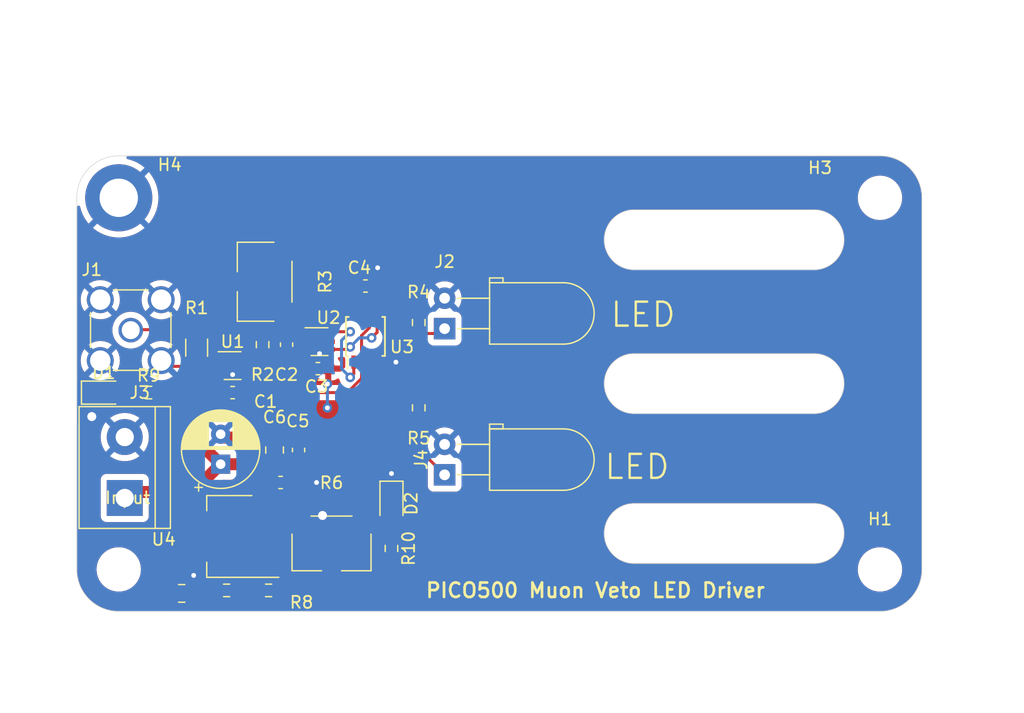
<source format=kicad_pcb>
(kicad_pcb (version 20221018) (generator pcbnew)
  (layers (0 "F.Cu" signal) (31 "B.Cu" signal) (34 "B.Paste" user) (35 "F.Paste" user) (36 "B.SilkS" user "B.Silkscreen") (37 "F.SilkS" user "F.Silkscreen") (38 "B.Mask" user) (39 "F.Mask" user) (44 "Edge.Cuts" user))
  (net 0 "")
  (net 1 "Net-(R4-Pad1)")
  (net 2 "GND")
  (net 3 "Net-(C2-Pad2)")
  (net 4 "VCC")
  (net 5 "Net-(J1-In)")
  (net 6 "Net-(J2-Pin_1)")
  (net 7 "Net-(R2-Pad2)")
  (net 8 "Vin_1")
  (net 9 "Vin_2")
  (net 10 "Net-(J4-Pin_1)")
  (net 11 "Net-(U2-Pad6)")
  (net 12 "Net-(R5-Pad1)")
  (net 14 "Net-(U2-Pad4)")
  (net 15 "+12V")
  (net 16 "Net-(U4-ADJ)")
  (net 17 "Net-(D1-A)")
  (net 18 "Net-(D2-A)")
  (net 19 "Net-(R6-Pad1)")
  (footprint "TerminalBlock:TerminalBlock_bornier-2_P5.08mm" (layer "F.Cu") (at 112 104.04 90)
    (fp_text reference "J3" (at 8.79 1.25 180) (layer "F.SilkS"))
    (fp_text value "Screw_Terminal_01x02")
    (pad "1" thru_hole rect (at 0 0 90) (size 3 3) (drill 1.52) (layers "*.Cu" "*.Mask") (net 15 "+12V"))
    (pad "2" thru_hole circle (at 5.08 0 90) (size 3 3) (drill 1.52) (layers "*.Cu" "*.Mask") (net 2 "GND"))
  )
  (footprint "Connector_Coaxial:SMA_Amphenol_901-144_Vertical" (layer "F.Cu") (at 112.5 90.04 90)
    (fp_text reference "J1" (at 5.04 -3.25 180) (layer "F.SilkS"))
    (fp_text value "Conn_Coaxial")
    (pad "1" thru_hole circle (at 0 0 90) (size 2.05 2.05) (drill 1.5) (layers "*.Cu" "*.Mask") (net 5 "Net-(J1-In)"))
    (pad "2" thru_hole circle (at -2.54 -2.54 90) (size 2.25 2.25) (drill 1.7) (layers "*.Cu" "*.Mask") (net 2 "GND"))
    (pad "2" thru_hole circle (at -2.54 2.54 90) (size 2.25 2.25) (drill 1.7) (layers "*.Cu" "*.Mask") (net 2 "GND"))
    (pad "2" thru_hole circle (at 2.54 -2.54 90) (size 2.25 2.25) (drill 1.7) (layers "*.Cu" "*.Mask") (net 2 "GND"))
    (pad "2" thru_hole circle (at 2.54 2.54 90) (size 2.25 2.25) (drill 1.7) (layers "*.Cu" "*.Mask") (net 2 "GND"))
  )
  (footprint "Capacitor_SMD:C_0603_1608Metric_Pad1.08x0.95mm_HandSolder" (layer "F.Cu") (at 125.5 91.25 90)
    (fp_text reference "C2" (at -2.5 0 180) (layer "F.SilkS"))
    (fp_text value "8pF")
    (pad "1" smd roundrect (at -0.8625 0 90) (size 1.075 0.95) (layers "F.Cu" "F.Paste" "F.Mask") (net 2 "GND"))
    (pad "2" smd roundrect (at 0.8625 0 90) (size 1.075 0.95) (layers "F.Cu" "F.Paste" "F.Mask") (net 3 "Net-(C2-Pad2)"))
  )
  (footprint "Capacitor_SMD:C_0603_1608Metric_Pad1.08x0.95mm_HandSolder" (layer "F.Cu") (at 128.1125 93.25 180)
    (fp_text reference "C3" (at 0.1125 -1.5) (layer "F.SilkS"))
    (fp_text value "100nF")
    (pad "1" smd roundrect (at -0.8625 0 180) (size 1.075 0.95) (layers "F.Cu" "F.Paste" "F.Mask") (net 4 "VCC"))
    (pad "2" smd roundrect (at 0.8625 0 180) (size 1.075 0.95) (layers "F.Cu" "F.Paste" "F.Mask") (net 2 "GND"))
  )
  (footprint "Capacitor_SMD:C_0603_1608Metric_Pad1.08x0.95mm_HandSolder" (layer "F.Cu") (at 126.5 100.04 90)
    (fp_text reference "C5" (at 2.413 -0.0635) (layer "F.SilkS"))
    (fp_text value "100nF")
    (pad "1" smd roundrect (at -0.8625 0 90) (size 1.075 0.95) (layers "F.Cu" "F.Paste" "F.Mask") (net 15 "+12V"))
    (pad "2" smd roundrect (at 0.8625 0 90) (size 1.075 0.95) (layers "F.Cu" "F.Paste" "F.Mask") (net 2 "GND"))
  )
  (footprint "Capacitor_SMD:C_0603_1608Metric_Pad1.08x0.95mm_HandSolder" (layer "F.Cu") (at 132.08 86.36)
    (fp_text reference "C4" (at -0.508 -1.524) (layer "F.SilkS"))
    (fp_text value "100nF")
    (pad "1" smd roundrect (at -0.8625 0) (size 1.075 0.95) (layers "F.Cu" "F.Paste" "F.Mask") (net 4 "VCC"))
    (pad "2" smd roundrect (at 0.8625 0) (size 1.075 0.95) (layers "F.Cu" "F.Paste" "F.Mask") (net 2 "GND"))
  )
  (footprint "Capacitor_SMD:C_1206_3216Metric_Pad1.33x1.80mm_HandSolder" (layer "F.Cu") (at 118 91.5 -90)
    (fp_text reference "R1" (at -3.3125 0 -180) (layer "F.SilkS"))
    (fp_text value "50")
    (pad "1" smd roundrect (at -1.5625 0 270) (size 1.325 1.8) (layers "F.Cu" "F.Paste" "F.Mask") (roundrect_rratio 0.1886792453) (net 5 "Net-(J1-In)"))
    (pad "2" smd roundrect (at 1.5625 0 270) (size 1.325 1.8) (layers "F.Cu" "F.Paste" "F.Mask") (roundrect_rratio 0.1886792453) (net 2 "GND"))
  )
  (footprint "Package_TO_SOT_SMD:SOT-363_SC-70-6" (layer "F.Cu") (at 128.25 91)
    (fp_text reference "U2" (at 0.75 -2) (layer "F.SilkS"))
    (fp_text value "SN74LVC2G04MDCKREP")
    (pad "1" smd rect (at -0.95 -0.65) (size 0.65 0.4) (layers "F.Cu" "F.Paste" "F.Mask") (net 3 "Net-(C2-Pad2)"))
    (pad "2" smd rect (at -0.95 0) (size 0.65 0.4) (layers "F.Cu" "F.Paste" "F.Mask") (net 2 "GND"))
    (pad "3" smd rect (at -0.95 0.65) (size 0.65 0.4) (layers "F.Cu" "F.Paste" "F.Mask"))
    (pad "4" smd rect (at 0.95 0.65) (size 0.65 0.4) (layers "F.Cu" "F.Paste" "F.Mask") (net 14 "Net-(U2-Pad4)"))
    (pad "5" smd rect (at 0.95 0) (size 0.65 0.4) (layers "F.Cu" "F.Paste" "F.Mask") (net 4 "VCC"))
    (pad "6" smd rect (at 0.95 -0.65) (size 0.65 0.4) (layers "F.Cu" "F.Paste" "F.Mask") (net 11 "Net-(U2-Pad6)"))
  )
  (footprint "Package_SO:TSSOP-8_3x3mm_P0.65mm" (layer "F.Cu") (at 132.08 90.56 90)
    (fp_text reference "U3" (at -0.88 3.048 180) (layer "F.SilkS"))
    (fp_text value "74LVC2G08DP-Q100H")
    (pad "1" smd rect (at -2.15 -0.975 90) (size 1.1 0.4) (layers "F.Cu" "F.Paste" "F.Mask") (net 11 "Net-(U2-Pad6)"))
    (pad "2" smd rect (at -2.15 -0.325 90) (size 1.1 0.4) (layers "F.Cu" "F.Paste" "F.Mask") (net 9 "Vin_2"))
    (pad "3" smd rect (at -2.15 0.325 90) (size 1.1 0.4) (layers "F.Cu" "F.Paste" "F.Mask") (net 12 "Net-(R5-Pad1)"))
    (pad "4" smd rect (at -2.15 0.975 90) (size 1.1 0.4) (layers "F.Cu" "F.Paste" "F.Mask") (net 2 "GND"))
    (pad "5" smd rect (at 2.15 0.975 90) (size 1.1 0.4) (layers "F.Cu" "F.Paste" "F.Mask") (net 14 "Net-(U2-Pad4)"))
    (pad "6" smd rect (at 2.15 0.325 90) (size 1.1 0.4) (layers "F.Cu" "F.Paste" "F.Mask") (net 9 "Vin_2"))
    (pad "7" smd rect (at 2.15 -0.325 90) (size 1.1 0.4) (layers "F.Cu" "F.Paste" "F.Mask") (net 1 "Net-(R4-Pad1)"))
    (pad "8" smd rect (at 2.15 -0.975 90) (size 1.1 0.4) (layers "F.Cu" "F.Paste" "F.Mask") (net 4 "VCC"))
  )
  (footprint "MountingHole:MountingHole_3.2mm_M3" (layer "F.Cu") (at 111.5 110)
    (fp_text reference "H2" hide)
    (fp_text value "MountingHole")
    (pad "" np_thru_hole circle (at 0 0) (size 3.2 3.2) (drill 3.2) (layers "*.Cu" "*.Mask"))
  )
  (footprint "MountingHole:MountingHole_3.2mm_M3" (layer "F.Cu") (at 175 79)
    (fp_text reference "H3" (at -5 -2.5) (layer "F.SilkS"))
    (fp_text value "MountingHole")
    (pad "" np_thru_hole circle (at 0 0) (size 3.2 3.2) (drill 3.2) (layers "*.Cu" "*.Mask"))
  )
  (footprint "MountingHole:MountingHole_3.2mm_M3_DIN965_Pad" (layer "F.Cu") (at 111.5 79)
    (fp_text reference "H4" (at 4.25 -2.75) (layer "F.SilkS"))
    (fp_text value "MountingHole_Pad")
    (pad "1" thru_hole circle (at 0 0) (size 5.6 5.6) (drill 3.2) (layers "*.Cu" "*.Mask") (net 2 "GND"))
  )
  (footprint "Potentiometer_SMD:Potentiometer_Bourns_3269W_Vertical" (layer "F.Cu") (at 123.665 86 -90)
    (fp_text reference "R3" (at 0 -5.06 90) (layer "F.SilkS"))
    (fp_text value "3269W-1-103")
    (pad "1" smd rect (at 2.54 -2.415 270) (size 1.19 2.79) (layers "F.Cu" "F.Paste" "F.Mask") (net 3 "Net-(C2-Pad2)"))
    (pad "2" smd rect (at 0 2.415 270) (size 1.19 2.79) (layers "F.Cu" "F.Paste" "F.Mask") (net 7 "Net-(R2-Pad2)"))
    (pad "3" smd rect (at -2.54 -2.415 270) (size 1.19 2.79) (layers "F.Cu" "F.Paste" "F.Mask") (net 7 "Net-(R2-Pad2)"))
  )
  (footprint "Capacitor_SMD:C_0603_1608Metric_Pad1.08x0.95mm_HandSolder" (layer "F.Cu") (at 121 95.25)
    (fp_text reference "C1" (at 2.75 0.75) (layer "F.SilkS"))
    (fp_text value "100nF")
    (pad "1" smd roundrect (at -0.8625 0) (size 1.075 0.95) (layers "F.Cu" "F.Paste" "F.Mask") (net 4 "VCC"))
    (pad "2" smd roundrect (at 0.8625 0) (size 1.075 0.95) (layers "F.Cu" "F.Paste" "F.Mask") (net 2 "GND"))
  )
  (footprint "Capacitor_THT:CP_Radial_D6.3mm_P2.50mm" (layer "F.Cu") (at 120 101.22238 90)
    (fp_text reference "C7" hide)
    (fp_text value "10u")
    (pad "1" thru_hole rect (at 0 0 90) (size 1.6 1.6) (drill 0.8) (layers "*.Cu" "*.Mask") (net 15 "+12V"))
    (pad "2" thru_hole circle (at 2.5 0 90) (size 1.6 1.6) (drill 0.8) (layers "*.Cu" "*.Mask") (net 2 "GND"))
  )
  (footprint "LED_THT:LED_D5.0mm_Horizontal_O3.81mm_Z9.0mm" (layer "F.Cu") (at 138.684 102.108 90)
    (fp_text reference "J4" (at 1.27 -1.96 90) (layer "F.SilkS"))
    (fp_text value "Conn_01x02_Socket")
    (pad "1" thru_hole rect (at 0 0 90) (size 1.8 1.8) (drill 0.9) (layers "*.Cu" "*.Mask") (net 10 "Net-(J4-Pin_1)"))
    (pad "2" thru_hole circle (at 2.54 0 90) (size 1.8 1.8) (drill 0.9) (layers "*.Cu" "*.Mask") (net 2 "GND"))
  )
  (footprint "Capacitor_SMD:C_0603_1608Metric_Pad1.08x0.95mm_HandSolder" (layer "F.Cu") (at 125 102.75 180)
    (fp_text reference "C8" hide)
    (fp_text value "100nF")
    (pad "1" smd roundrect (at -0.8625 0 180) (size 1.075 0.95) (layers "F.Cu" "F.Paste" "F.Mask") (net 2 "GND"))
    (pad "2" smd roundrect (at 0.8625 0 180) (size 1.075 0.95) (layers "F.Cu" "F.Paste" "F.Mask") (net 15 "+12V"))
  )
  (footprint "Package_TO_SOT_SMD:SOT-363_SC-70-6" (layer "F.Cu") (at 121 93)
    (fp_text reference "U1" (at 0 -2) (layer "F.SilkS"))
    (fp_text value "SN74LVC2G04MDCKREP")
    (pad "1" smd rect (at -0.95 -0.65) (size 0.65 0.4) (layers "F.Cu" "F.Paste" "F.Mask") (net 5 "Net-(J1-In)"))
    (pad "2" smd rect (at -0.95 0) (size 0.65 0.4) (layers "F.Cu" "F.Paste" "F.Mask") (net 2 "GND"))
    (pad "3" smd rect (at -0.95 0.65) (size 0.65 0.4) (layers "F.Cu" "F.Paste" "F.Mask") (net 5 "Net-(J1-In)"))
    (pad "4" smd rect (at 0.95 0.65) (size 0.65 0.4) (layers "F.Cu" "F.Paste" "F.Mask") (net 9 "Vin_2"))
    (pad "5" smd rect (at 0.95 0) (size 0.65 0.4) (layers "F.Cu" "F.Paste" "F.Mask") (net 4 "VCC"))
    (pad "6" smd rect (at 0.95 -0.65) (size 0.65 0.4) (layers "F.Cu" "F.Paste" "F.Mask") (net 8 "Vin_1"))
  )
  (footprint "LED_SMD:LED_0805_2012Metric_Pad1.15x1.40mm_HandSolder" (layer "F.Cu") (at 110.25 95.25)
    (fp_text reference "D1" (at 0 -1.65) (layer "F.SilkS"))
    (fp_text value "Green")
    (pad "1" smd roundrect (at -1.025 0) (size 1.15 1.4) (layers "F.Cu" "F.Paste" "F.Mask") (roundrect_rratio 0.2173913043) (net 2 "GND"))
    (pad "2" smd roundrect (at 1.025 0) (size 1.15 1.4) (layers "F.Cu" "F.Paste" "F.Mask") (roundrect_rratio 0.2173913043) (net 17 "Net-(D1-A)"))
  )
  (footprint "Resistor_SMD:R_0603_1608Metric_Pad0.98x0.95mm_HandSolder" (layer "F.Cu") (at 136.525 96.52 -90)
    (fp_text reference "R5" (at 2.54 0 -180) (layer "F.SilkS"))
    (fp_text value "50")
    (pad "1" smd roundrect (at -0.9125 0 270) (size 0.975 0.95) (layers "F.Cu" "F.Paste" "F.Mask") (net 12 "Net-(R5-Pad1)"))
    (pad "2" smd roundrect (at 0.9125 0 270) (size 0.975 0.95) (layers "F.Cu" "F.Paste" "F.Mask") (net 10 "Net-(J4-Pin_1)"))
  )
  (footprint "Resistor_SMD:R_0603_1608Metric_Pad0.98x0.95mm_HandSolder" (layer "F.Cu") (at 124 111.75 180)
    (fp_text reference "R8" (at -2.75 -1) (layer "F.SilkS"))
    (fp_text value "20")
    (pad "1" smd roundrect (at -0.9125 0 180) (size 0.975 0.95) (layers "F.Cu" "F.Paste" "F.Mask") (net 19 "Net-(R6-Pad1)"))
    (pad "2" smd roundrect (at 0.9125 0 180) (size 0.975 0.95) (layers "F.Cu" "F.Paste" "F.Mask") (net 16 "Net-(U4-ADJ)"))
  )
  (footprint "Capacitor_SMD:C_0805_2012Metric_Pad1.18x1.45mm_HandSolder" (layer "F.Cu") (at 124.5 100.04 90)
    (fp_text reference "C6" (at 2.75 0 180) (layer "F.SilkS"))
    (fp_text value "10uF")
    (pad "1" smd roundrect (at -1.0375 0 90) (size 1.175 1.45) (layers "F.Cu" "F.Paste" "F.Mask") (roundrect_rratio 0.2127659574) (net 15 "+12V"))
    (pad "2" smd roundrect (at 1.0375 0 90) (size 1.175 1.45) (layers "F.Cu" "F.Paste" "F.Mask") (roundrect_rratio 0.2127659574) (net 2 "GND"))
  )
  (footprint "Resistor_SMD:R_0603_1608Metric_Pad0.98x0.95mm_HandSolder" (layer "F.Cu") (at 114 95.25)
    (fp_text reference "R9" (at 0 -1.43) (layer "F.SilkS"))
    (fp_text value "1k")
    (pad "1" smd roundrect (at -0.9125 0) (size 0.975 0.95) (layers "F.Cu" "F.Paste" "F.Mask") (net 17 "Net-(D1-A)"))
    (pad "2" smd roundrect (at 0.9125 0) (size 0.975 0.95) (layers "F.Cu" "F.Paste" "F.Mask") (net 15 "+12V"))
  )
  (footprint "Resistor_SMD:R_0603_1608Metric_Pad0.98x0.95mm_HandSolder" (layer "F.Cu") (at 134.25 108.25 -90)
    (fp_text reference "R10" (at 0 -1.43 90) (layer "F.SilkS"))
    (fp_text value "1k")
    (pad "1" smd roundrect (at -0.9125 0 270) (size 0.975 0.95) (layers "F.Cu" "F.Paste" "F.Mask") (net 18 "Net-(D2-A)"))
    (pad "2" smd roundrect (at 0.9125 0 270) (size 0.975 0.95) (layers "F.Cu" "F.Paste" "F.Mask") (net 4 "VCC"))
  )
  (footprint "Capacitor_SMD:C_0805_2012Metric_Pad1.18x1.45mm_HandSolder" (layer "F.Cu") (at 116.75 112 180)
    (fp_text reference "C12" hide)
    (fp_text value "10uF")
    (pad "1" smd roundrect (at -1.0375 0 180) (size 1.175 1.45) (layers "F.Cu" "F.Paste" "F.Mask") (roundrect_rratio 0.2127659574) (net 2 "GND"))
    (pad "2" smd roundrect (at 1.0375 0 180) (size 1.175 1.45) (layers "F.Cu" "F.Paste" "F.Mask") (roundrect_rratio 0.2127659574) (net 4 "VCC"))
  )
  (footprint "LED_SMD:LED_0805_2012Metric_Pad1.15x1.40mm_HandSolder" (layer "F.Cu") (at 134.25 104.5 -90)
    (fp_text reference "D2" (at 0 -1.65 90) (layer "F.SilkS"))
    (fp_text value "Red")
    (pad "1" smd roundrect (at -1.025 0 270) (size 1.15 1.4) (layers "F.Cu" "F.Paste" "F.Mask") (roundrect_rratio 0.2173913043) (net 2 "GND"))
    (pad "2" smd roundrect (at 1.025 0 270) (size 1.15 1.4) (layers "F.Cu" "F.Paste" "F.Mask") (roundrect_rratio 0.2173913043) (net 18 "Net-(D2-A)"))
  )
  (footprint "LED_THT:LED_D5.0mm_Horizontal_O3.81mm_Z9.0mm" (layer "F.Cu") (at 138.684 89.916 90)
    (fp_text reference "J2" (at 5.588 0 180) (layer "F.SilkS"))
    (fp_text value "Conn_01x02_Socket")
    (pad "1" thru_hole rect (at 0 0 90) (size 1.8 1.8) (drill 0.9) (layers "*.Cu" "*.Mask") (net 6 "Net-(J2-Pin_1)"))
    (pad "2" thru_hole circle (at 2.54 0 90) (size 1.8 1.8) (drill 0.9) (layers "*.Cu" "*.Mask") (net 2 "GND"))
  )
  (footprint "Resistor_SMD:R_0603_1608Metric_Pad0.98x0.95mm_HandSolder" (layer "F.Cu") (at 136.525 89.408 -90)
    (fp_text reference "R4" (at -2.54 0) (layer "F.SilkS"))
    (fp_text value "50")
    (pad "1" smd roundrect (at -0.9125 0 270) (size 0.975 0.95) (layers "F.Cu" "F.Paste" "F.Mask") (net 1 "Net-(R4-Pad1)"))
    (pad "2" smd roundrect (at 0.9125 0 270) (size 0.975 0.95) (layers "F.Cu" "F.Paste" "F.Mask") (net 6 "Net-(J2-Pin_1)"))
  )
  (footprint "Potentiometer_SMD:Potentiometer_Bourns_3269W_Vertical" (layer "F.Cu") (at 129.25 107.835)
    (fp_text reference "R6" (at 0 -5.06) (layer "F.SilkS"))
    (fp_text value "3269W-1-102")
    (pad "1" smd rect (at 2.54 -2.415) (size 1.19 2.79) (layers "F.Cu" "F.Paste" "F.Mask") (net 19 "Net-(R6-Pad1)"))
    (pad "2" smd rect (at 0 2.415) (size 1.19 2.79) (layers "F.Cu" "F.Paste" "F.Mask") (net 19 "Net-(R6-Pad1)"))
    (pad "3" smd rect (at -2.54 -2.415) (size 1.19 2.79) (layers "F.Cu" "F.Paste" "F.Mask") (net 2 "GND"))
  )
  (footprint "Package_TO_SOT_SMD:SOT-223-3_TabPin2" (layer "F.Cu") (at 120.75 107.25 180)
    (fp_text reference "U4" (at 5.5 -0.25) (layer "F.SilkS"))
    (fp_text value "LM317_SOT-223")
    (pad "1" smd rect (at -3.15 -2.3 180) (size 2 1.5) (layers "F.Cu" "F.Paste" "F.Mask") (net 16 "Net-(U4-ADJ)"))
    (pad "2" smd rect (at -3.15 0 180) (size 2 1.5) (layers "F.Cu" "F.Paste" "F.Mask") (net 4 "VCC"))
    (pad "2" smd rect (at 3.15 0 180) (size 2 3.8) (layers "F.Cu" "F.Paste" "F.Mask") (net 4 "VCC"))
    (pad "3" smd rect (at -3.15 2.3 180) (size 2 1.5) (layers "F.Cu" "F.Paste" "F.Mask") (net 15 "+12V"))
  )
  (footprint "Resistor_SMD:R_0603_1608Metric_Pad0.98x0.95mm_HandSolder" (layer "F.Cu") (at 120.5 111.75 180)
    (fp_text reference "R7" hide)
    (fp_text value "240")
    (pad "1" smd roundrect (at -0.9125 0 180) (size 0.975 0.95) (layers "F.Cu" "F.Paste" "F.Mask") (net 16 "Net-(U4-ADJ)"))
    (pad "2" smd roundrect (at 0.9125 0 180) (size 0.975 0.95) (layers "F.Cu" "F.Paste" "F.Mask") (net 4 "VCC"))
  )
  (footprint "MountingHole:MountingHole_3.2mm_M3" (layer "F.Cu") (at 175 110)
    (fp_text reference "H1" (at 0 -4.2) (layer "F.SilkS"))
    (fp_text value "MountingHole")
    (pad "" np_thru_hole circle (at 0 0) (size 3.2 3.2) (drill 3.2) (layers "*.Cu" "*.Mask"))
  )
  (footprint "Resistor_SMD:R_0603_1608Metric_Pad0.98x0.95mm_HandSolder" (layer "F.Cu") (at 123.5 91.25 90)
    (fp_text reference "R2" (at -2.5 0 180) (layer "F.SilkS"))
    (fp_text value "698")
    (pad "1" smd roundrect (at -0.9125 0 90) (size 0.975 0.95) (layers "F.Cu" "F.Paste" "F.Mask") (net 8 "Vin_1"))
    (pad "2" smd roundrect (at 0.9125 0 90) (size 0.975 0.95) (layers "F.Cu" "F.Paste" "F.Mask") (net 7 "Net-(R2-Pad2)"))
  )
  (gr_arc (start 154.5 85) (mid 152 82.5) (end 154.5 80) (stroke (width 0.05)) (layer "Edge.Cuts"))
  (gr_arc (start 175 75.5) (mid 177.474874 76.525126) (end 178.5 79) (stroke (width 0.05)) (layer "Edge.Cuts"))
  (gr_line (start 154.5 80) (end 169.5 80) (stroke (width 0.05)) (layer "Edge.Cuts"))
  (gr_line (start 154.5 92) (end 169.5 92) (stroke (width 0.05)) (layer "Edge.Cuts"))
  (gr_arc (start 169.5 104.5) (mid 172 107) (end 169.5 109.5) (stroke (width 0.05)) (layer "Edge.Cuts"))
  (gr_line (start 154.5 97) (end 169.5 97) (stroke (width 0.05)) (layer "Edge.Cuts"))
  (gr_line (start 154.5 104.5) (end 169.5 104.5) (stroke (width 0.05)) (layer "Edge.Cuts"))
  (gr_line (start 178.5 110) (end 178.5 79) (stroke (width 0.05)) (layer "Edge.Cuts"))
  (gr_line (start 111.5 113.5) (end 175 113.5) (stroke (width 0.05)) (layer "Edge.Cuts"))
  (gr_arc (start 108 79) (mid 109.025126 76.525126) (end 111.5 75.5) (stroke (width 0.05)) (layer "Edge.Cuts"))
  (gr_line (start 154.5 109.5) (end 169.5 109.5) (stroke (width 0.05)) (layer "Edge.Cuts"))
  (gr_line (start 175 75.5) (end 111.5 75.5) (stroke (width 0.05)) (layer "Edge.Cuts"))
  (gr_arc (start 178.5 110) (mid 177.474874 112.474874) (end 175 113.5) (stroke (width 0.05)) (layer "Edge.Cuts"))
  (gr_arc (start 169.5 92) (mid 172 94.5) (end 169.5 97) (stroke (width 0.05)) (layer "Edge.Cuts"))
  (gr_arc (start 154.5 109.5) (mid 152 107) (end 154.5 104.5) (stroke (width 0.05)) (layer "Edge.Cuts"))
  (gr_arc (start 154.5 97) (mid 152 94.5) (end 154.5 92) (stroke (width 0.05)) (layer "Edge.Cuts"))
  (gr_arc (start 111.5 113.5) (mid 109.025126 112.474874) (end 108 110) (stroke (width 0.05)) (layer "Edge.Cuts"))
  (gr_arc (start 169.5 80) (mid 172 82.5) (end 169.5 85) (stroke (width 0.05)) (layer "Edge.Cuts"))
  (gr_line (start 108 79) (end 108 110) (stroke (width 0.05)) (layer "Edge.Cuts"))
  (gr_line (start 154.5 85) (end 169.5 85) (stroke (width 0.05)) (layer "Edge.Cuts"))
  (gr_text "Input" (at 112.246 104.026) (layer "F.SilkS") (effects (font (size 1 1))))
  (gr_text "LED" (at 151.892 102.616) (layer "F.SilkS") (effects (font (size 2 2) (thickness 0.2) bold) (justify left bottom)))
  (gr_text "PICO500 Muon Veto LED Driver\n" (at 137 111.75) (layer "F.SilkS") (effects (font (size 1.2 1.2) (thickness 0.225)) (justify left)))
  (gr_text "LED" (at 152.4 89.916) (layer "F.SilkS") (effects (font (size 2 2) (thickness 0.2) bold) (justify left bottom)))
  (segment (start 135.5645 87.535) (end 131.83 87.535) (width 0.25) (layer "F.Cu") (net 1))
  (segment (start 136.525 88.4955) (end 135.5645 87.535) (width 0.25) (layer "F.Cu") (net 1))
  (segment (start 131.83 87.535) (end 131.755 87.61) (width 0.25) (layer "F.Cu") (net 1))
  (segment (start 131.755 87.61) (end 131.755 88.41) (width 0.25) (layer "F.Cu") (net 1))
  (segment (start 126.71 105.42) (end 126.71 103.5975) (width 1) (layer "F.Cu") (net 2))
  (segment (start 124.675 99.1775) (end 124.5 99.0025) (width 1) (layer "F.Cu") (net 2))
  (segment (start 124.5 99.0025) (end 120.28012 99.0025) (width 1) (layer "F.Cu") (net 2))
  (segment (start 127.25 93) (end 128.25 92) (width 0.25) (layer "F.Cu") (net 2))
  (segment (start 127.875 91) (end 127.3 91) (width 0.25) (layer "F.Cu") (net 2))
  (segment (start 118 93.0625) (end 115.3125 93.0625) (width 0.25) (layer "F.Cu") (net 2))
  (segment (start 132.9425 86.36) (end 132.9425 84.9895) (width 0.25) (layer "F.Cu") (net 2))
  (segment (start 117.7875 112) (end 117.7875 110.5375) (width 1) (layer "F.Cu") (net 2))
  (segment (start 115.3125 93.0625) (end 115.04 92.79) (width 0.25) (layer "F.Cu") (net 2))
  (segment (start 121 93.425) (end 121 93.75) (width 0.25) (layer "F.Cu") (net 2))
  (segment (start 109.225 95.25) (end 109.225 97.225) (width 1) (layer "F.Cu") (net 2))
  (segment (start 120.05 93) (end 120.575 93) (width 0.25) (layer "F.Cu") (net 2))
  (segment (start 126.5 99.1775) (end 124.675 99.1775) (width 1) (layer "F.Cu") (net 2))
  (segment (start 126.1125 92.1125) (end 127.25 93.25) (width 0.25) (layer "F.Cu") (net 2))
  (segment (start 126.43125 103.31875) (end 127 102.75) (width 1) (layer "F.Cu") (net 2))
  (segment (start 127.3 91) (end 127.3 91.05) (width 0.25) (layer "F.Cu") (net 2))
  (segment (start 127 102.75) (end 128 102.75) (width 1) (layer "F.Cu") (net 2))
  (segment (start 120.28012 99.0025) (end 120 98.72238) (width 1) (layer "F.Cu") (net 2))
  (segment (start 133.055 92.71) (end 134.62 92.71) (width 0.25) (layer "F.Cu") (net 2))
  (segment (start 128.25 92) (end 128.25 91.375) (width 0.25) (layer "F.Cu") (net 2))
  (segment (start 134.25 103.475) (end 134.25 102) (width 1) (layer "F.Cu") (net 2))
  (segment (start 127.25 93.25) (end 127.25 93) (width 0.25) (layer "F.Cu") (net 2))
  (segment (start 121.8625 95.25) (end 121.8625 94.6125) (width 0.25) (layer "F.Cu") (net 2))
  (segment (start 125.5 92.1125) (end 126.1125 92.1125) (width 0.25) (layer "F.Cu") (net 2))
  (segment (start 126.43125 103.31875) (end 125.8625 102.75) (width 1) (layer "F.Cu") (net 2))
  (segment (start 128.1375 92.1125) (end 128.25 92) (width 0.25) (layer "F.Cu") (net 2))
  (segment (start 126.71 105.42) (end 128.42 105.42) (width 1) (layer "F.Cu") (net 2))
  (segment (start 121.8625 94.6125) (end 121 93.75) (width 0.25) (layer "F.Cu") (net 2))
  (segment (start 132.9425 84.9895) (end 133.096 84.836) (width 0.25) (layer "F.Cu") (net 2))
  (segment (start 126.71 103.5975) (end 126.43125 103.31875) (width 1) (layer "F.Cu") (net 2))
  (segment (start 128.42 105.42) (end 128.5 105.5) (width 1) (layer "F.Cu") (net 2))
  (segment (start 117.7875 110.5375) (end 117.75 110.5) (width 1) (layer "F.Cu") (net 2))
  (segment (start 109.225 97.225) (end 109.25 97.25) (width 1) (layer "F.Cu") (net 2))
  (segment (start 128.25 91.375) (end 127.875 91) (width 0.25) (layer "F.Cu") (net 2))
  (segment (start 120.575 93) (end 121 93.425) (width 0.25) (layer "F.Cu") (net 2))
  (via (at 128.5 105.5) (size 1.25) (drill 0.75) (layers "F.Cu" "B.Cu") (net 2))
  (via (at 121 93.75) (size 0.8) (drill 0.4) (layers "F.Cu" "B.Cu") (net 2))
  (via (at 134.62 92.71) (size 0.8) (drill 0.4) (layers "F.Cu" "B.Cu") (net 2))
  (via (at 117.75 110.5) (size 0.8) (drill 0.4) (layers "F.Cu" "B.Cu") (net 2))
  (via (at 128.25 92) (size 0.8) (drill 0.4) (layers "F.Cu" "B.Cu") (net 2))
  (via (at 128 102.75) (size 0.8) (drill 0.4) (layers "F.Cu" "B.Cu") (net 2))
  (via (at 109.25 97.25) (size 1.25) (drill 0.75) (layers "F.Cu" "B.Cu") (net 2))
  (via (at 133.096 84.836) (size 0.8) (drill 0.4) (layers "F.Cu" "B.Cu") (net 2))
  (via (at 134.25 102) (size 0.8) (drill 0.4) (layers "F.Cu" "B.Cu") (net 2))
  (segment (start 127.3 90.35) (end 125.5375 90.35) (width 0.25) (layer "F.Cu") (net 3))
  (segment (start 125.5375 90.35) (end 125.5 90.3875) (width 0.25) (layer "F.Cu") (net 3))
  (segment (start 125.415 88.54) (end 125.415 90.3025) (width 0.25) (layer "F.Cu") (net 3))
  (segment (start 125.415 90.3025) (end 125.5 90.3875) (width 0.25) (layer "F.Cu") (net 3))
  (segment (start 128.975 94.455) (end 128.905 94.525) (width 0.25) (layer "F.Cu") (net 4))
  (segment (start 121.95 93) (end 121.375 93) (width 0.25) (layer "F.Cu") (net 4))
  (segment (start 131.2175 88.2975) (end 131.105 88.41) (width 0.25) (layer "F.Cu") (net 4))
  (segment (start 121 91) (end 121 90.5) (width 0.25) (layer "F.Cu") (net 4))
  (segment (start 121 92.625) (end 121 91) (width 0.25) (layer "F.Cu") (net 4))
  (segment (start 131.2175 86.36) (end 131.2175 88.2975) (width 0.25) (layer "F.Cu") (net 4))
  (segment (start 129.2 91) (end 128.625 91) (width 0.25) (layer "F.Cu") (net 4))
  (segment (start 128.625 91) (end 128.25 90.625) (width 0.25) (layer "F.Cu") (net 4))
  (segment (start 128.25 90.625) (end 128.25 88.75) (width 0.25) (layer "F.Cu") (net 4))
  (segment (start 121.375 93) (end 121 92.625) (width 0.25) (layer "F.Cu") (net 4))
  (segment (start 121 90.5) (end 120.75 90.25) (width 0.25) (layer "F.Cu") (net 4))
  (segment (start 128.975 93.25) (end 128.975 94.455) (width 0.25) (layer "F.Cu") (net 4))
  (via (at 128.905 96.52) (size 0.8) (drill 0.4) (layers "F.Cu" "B.Cu") (net 4))
  (via (at 128.905 94.525) (size 0.8) (drill 0.4) (layers "F.Cu" "B.Cu") (net 4))
  (segment (start 128.905 94.525) (end 128.905 96.52) (width 0.25) (layer "B.Cu") (net 4))
  (segment (start 119.4 92.425) (end 119.475 92.35) (width 0.25) (layer "F.Cu") (net 5))
  (segment (start 119.4 93.4) (end 119.4 92.425) (width 0.25) (layer "F.Cu") (net 5))
  (segment (start 120.05 92.2635) (end 120.05 92.35) (width 0.25) (layer "F.Cu") (net 5))
  (segment (start 112 90) (end 117.6615 90) (width 0.25) (layer "F.Cu") (net 5))
  (segment (start 117.724 89.9375) (end 120.05 92.2635) (width 0.25) (layer "F.Cu") (net 5))
  (segment (start 117.6615 90) (end 117.724 89.9375) (width 0.25) (layer "F.Cu") (net 5))
  (segment (start 119.475 92.35) (end 120.05 92.35) (width 0.25) (layer "F.Cu") (net 5))
  (segment (start 120.05 93.65) (end 119.65 93.65) (width 0.25) (layer "F.Cu") (net 5))
  (segment (start 119.65 93.65) (end 119.4 93.4) (width 0.25) (layer "F.Cu") (net 5))
  (segment (start 138.2795 90.3205) (end 138.684 89.916) (width 0.25) (layer "F.Cu") (net 6))
  (segment (start 136.525 90.3205) (end 138.2795 90.3205) (width 0.25) (layer "F.Cu") (net 6))
  (segment (start 123.5 90.3375) (end 123.5 88.915) (width 0.25) (layer "F.Cu") (net 7))
  (segment (start 123.5 88.915) (end 120.585 86) (width 0.25) (layer "F.Cu") (net 7))
  (segment (start 120.585 86) (end 122.875 86) (width 0.25) (layer "F.Cu") (net 7))
  (segment (start 122.875 86) (end 125.415 83.46) (width 0.25) (layer "F.Cu") (net 7))
  (segment (start 122.1375 92.1625) (end 121.95 92.35) (width 0.25) (layer "F.Cu") (net 8))
  (segment (start 123.5 92.1625) (end 122.1375 92.1625) (width 0.25) (layer "F.Cu") (net 8))
  (segment (start 132.405 88.41) (end 132.405 89.845) (width 0.25) (layer "F.Cu") (net 9))
  (segment (start 123.55 95.25) (end 121.95 93.65) (width 0.25) (layer "F.Cu") (net 9))
  (segment (start 131.755 90.495) (end 131.755 92.71) (width 0.25) (layer "F.Cu") (net 9))
  (segment (start 131.755 94.060305) (end 130.565305 95.25) (width 0.25) (layer "F.Cu") (net 9))
  (segment (start 131.755 92.71) (end 131.755 94.060305) (width 0.25) (layer "F.Cu") (net 9))
  (segment (start 130.565305 95.25) (end 123.55 95.25) (width 0.25) (layer "F.Cu") (net 9))
  (segment (start 132.405 89.845) (end 131.755 90.495) (width 0.25) (layer "F.Cu") (net 9))
  (segment (start 136.525 97.4325) (end 136.525 99.949) (width 0.25) (layer "F.Cu") (net 10))
  (segment (start 136.525 99.949) (end 138.684 102.108) (width 0.25) (layer "F.Cu") (net 10))
  (segment (start 131.105 92.71) (end 131.105 93.685) (width 0.25) (layer "F.Cu") (net 11))
  (segment (start 130.81 90.17) (end 129.38 90.17) (width 0.25) (layer "F.Cu") (net 11))
  (segment (start 129.38 90.17) (end 129.2 90.35) (width 0.25) (layer "F.Cu") (net 11))
  (segment (start 131.105 93.685) (end 130.81 93.98) (width 0.25) (layer "F.Cu") (net 11))
  (via (at 130.81 93.98) (size 0.8) (drill 0.4) (layers "F.Cu" "B.Cu") (net 11))
  (via (at 130.81 90.17) (size 0.8) (drill 0.4) (layers "F.Cu" "B.Cu") (net 11))
  (segment (start 130.085 93.255) (end 130.085 90.895) (width 0.25) (layer "B.Cu") (net 11))
  (segment (start 130.81 93.98) (end 130.085 93.255) (width 0.25) (layer "B.Cu") (net 11))
  (segment (start 130.085 90.895) (end 130.81 90.17) (width 0.25) (layer "B.Cu") (net 11))
  (segment (start 132.405 93.51) (end 134.5025 95.6075) (width 0.25) (layer "F.Cu") (net 12))
  (segment (start 132.405 92.71) (end 132.405 93.51) (width 0.25) (layer "F.Cu") (net 12))
  (segment (start 134.5025 95.6075) (end 136.525 95.6075) (width 0.25) (layer "F.Cu") (net 12))
  (segment (start 133.055 90.220306) (end 132.592653 90.682653) (width 0.25) (layer "F.Cu") (net 14))
  (segment (start 133.055 88.41) (end 133.055 90.220306) (width 0.25) (layer "F.Cu") (net 14))
  (segment (start 130.6 91.65) (end 129.2 91.65) (width 0.25) (layer "F.Cu") (net 14))
  (segment (start 130.81 91.44) (end 130.6 91.65) (width 0.25) (layer "F.Cu") (net 14))
  (via (at 130.81 91.44) (size 0.8) (drill 0.4) (layers "F.Cu" "B.Cu") (net 14))
  (via (at 132.592653 90.682653) (size 0.8) (drill 0.4) (layers "F.Cu" "B.Cu") (net 14))
  (segment (start 132.592653 90.682653) (end 131.567347 90.682653) (width 0.25) (layer "B.Cu") (net 14))
  (segment (start 131.567347 90.682653) (end 130.81 91.44) (width 0.25) (layer "B.Cu") (net 14))
  (segment (start 122.75 101.22238) (end 124.35512 101.22238) (width 1) (layer "F.Cu") (net 15))
  (segment (start 124.1375 102.60988) (end 123.9 102.37238) (width 1) (layer "F.Cu") (net 15))
  (segment (start 122.75 101.22238) (end 123.9 102.37238) (width 1) (layer "F.Cu") (net 15))
  (segment (start 112 103.54) (end 117.68238 103.54) (width 1) (layer "F.Cu") (net 15))
  (segment (start 126.325 101.0775) (end 126.5 100.9025) (width 1) (layer "F.Cu") (net 15))
  (segment (start 120 101.22238) (end 122.75 101.22238) (width 1) (layer "F.Cu") (net 15))
  (segment (start 114.9125 96.13488) (end 120 101.22238) (width 1) (layer "F.Cu") (net 15))
  (segment (start 124.1375 102.75) (end 124.1375 102.60988) (width 1) (layer "F.Cu") (net 15))
  (segment (start 114.9125 95.25) (end 114.9125 96.13488) (width 1) (layer "F.Cu") (net 15))
  (segment (start 117.68238 103.54) (end 120 101.22238) (width 1) (layer "F.Cu") (net 15))
  (segment (start 124.5 101.0775) (end 126.325 101.0775) (width 1) (layer "F.Cu") (net 15))
  (segment (start 124.35512 101.22238) (end 124.5 101.0775) (width 1) (layer "F.Cu") (net 15))
  (segment (start 123.9 102.37238) (end 123.9 104.95) (width 1) (layer "F.Cu") (net 15))
  (segment (start 121.4125 111.75) (end 123.0875 111.75) (width 1) (layer "F.Cu") (net 16))
  (segment (start 123.9 109.55) (end 123.9 110.9375) (width 1) (layer "F.Cu") (net 16))
  (segment (start 123.9 110.9375) (end 123.0875 111.75) (width 1) (layer "F.Cu") (net 16))
  (segment (start 113.0875 95.25) (end 111.275 95.25) (width 1) (layer "F.Cu") (net 17))
  (segment (start 134.25 105.525) (end 134.25 107.3375) (width 1) (layer "F.Cu") (net 18))
  (segment (start 124.9125 111.75) (end 127.75 111.75) (width 1) (layer "F.Cu") (net 19))
  (segment (start 127.75 111.75) (end 129.25 110.25) (width 1) (layer "F.Cu") (net 19))
  (segment (start 129.25 107.96) (end 131.79 105.42) (width 1) (layer "F.Cu") (net 19))
  (segment (start 129.25 110.25) (end 129.25 107.96) (width 1) (layer "F.Cu") (net 19))
  (zone (net 4) (net_name "VCC") (layer "F.Cu") (connect_pads (clearance 0.508)) (min_thickness 0.254) (fill yes (thermal_gap 0.508) (thermal_bridge_width 0.508))
    (polygon (pts (xy 182 117.5) (xy 106.172 117.5) (xy 106.68 63.378) (xy 185.5 62.5)))
  )
  (zone (net 2) (net_name "GND") (layer "B.Cu") (connect_pads (clearance 0.508)) (min_thickness 0.254) (fill yes (thermal_gap 0.508) (thermal_bridge_width 0.508))
    (polygon (pts (xy 187.028019 121.994759) (xy 101.594291 122.005294) (xy 101.594291 62.729294) (xy 186.774019 62.718759)))
  )
)
</source>
